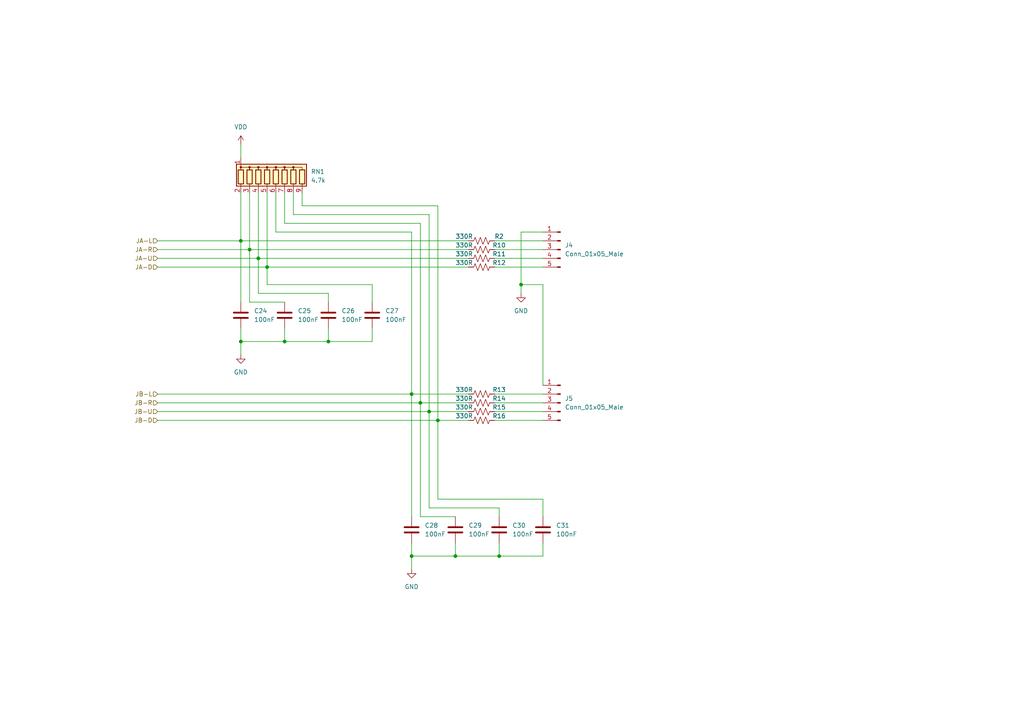
<source format=kicad_sch>
(kicad_sch (version 20230121) (generator eeschema)

  (uuid 35efa719-bafb-432b-9879-e0d2026f232a)

  (paper "A4")

  (lib_symbols
    (symbol "Connector:Conn_01x05_Male" (pin_names (offset 1.016) hide) (in_bom yes) (on_board yes)
      (property "Reference" "J" (at 0 7.62 0)
        (effects (font (size 1.27 1.27)))
      )
      (property "Value" "Conn_01x05_Male" (at 0 -7.62 0)
        (effects (font (size 1.27 1.27)))
      )
      (property "Footprint" "" (at 0 0 0)
        (effects (font (size 1.27 1.27)) hide)
      )
      (property "Datasheet" "~" (at 0 0 0)
        (effects (font (size 1.27 1.27)) hide)
      )
      (property "ki_keywords" "connector" (at 0 0 0)
        (effects (font (size 1.27 1.27)) hide)
      )
      (property "ki_description" "Generic connector, single row, 01x05, script generated (kicad-library-utils/schlib/autogen/connector/)" (at 0 0 0)
        (effects (font (size 1.27 1.27)) hide)
      )
      (property "ki_fp_filters" "Connector*:*_1x??_*" (at 0 0 0)
        (effects (font (size 1.27 1.27)) hide)
      )
      (symbol "Conn_01x05_Male_1_1"
        (polyline
          (pts
            (xy 1.27 -5.08)
            (xy 0.8636 -5.08)
          )
          (stroke (width 0.1524) (type default))
          (fill (type none))
        )
        (polyline
          (pts
            (xy 1.27 -2.54)
            (xy 0.8636 -2.54)
          )
          (stroke (width 0.1524) (type default))
          (fill (type none))
        )
        (polyline
          (pts
            (xy 1.27 0)
            (xy 0.8636 0)
          )
          (stroke (width 0.1524) (type default))
          (fill (type none))
        )
        (polyline
          (pts
            (xy 1.27 2.54)
            (xy 0.8636 2.54)
          )
          (stroke (width 0.1524) (type default))
          (fill (type none))
        )
        (polyline
          (pts
            (xy 1.27 5.08)
            (xy 0.8636 5.08)
          )
          (stroke (width 0.1524) (type default))
          (fill (type none))
        )
        (rectangle (start 0.8636 -4.953) (end 0 -5.207)
          (stroke (width 0.1524) (type default))
          (fill (type outline))
        )
        (rectangle (start 0.8636 -2.413) (end 0 -2.667)
          (stroke (width 0.1524) (type default))
          (fill (type outline))
        )
        (rectangle (start 0.8636 0.127) (end 0 -0.127)
          (stroke (width 0.1524) (type default))
          (fill (type outline))
        )
        (rectangle (start 0.8636 2.667) (end 0 2.413)
          (stroke (width 0.1524) (type default))
          (fill (type outline))
        )
        (rectangle (start 0.8636 5.207) (end 0 4.953)
          (stroke (width 0.1524) (type default))
          (fill (type outline))
        )
        (pin passive line (at 5.08 5.08 180) (length 3.81)
          (name "Pin_1" (effects (font (size 1.27 1.27))))
          (number "1" (effects (font (size 1.27 1.27))))
        )
        (pin passive line (at 5.08 2.54 180) (length 3.81)
          (name "Pin_2" (effects (font (size 1.27 1.27))))
          (number "2" (effects (font (size 1.27 1.27))))
        )
        (pin passive line (at 5.08 0 180) (length 3.81)
          (name "Pin_3" (effects (font (size 1.27 1.27))))
          (number "3" (effects (font (size 1.27 1.27))))
        )
        (pin passive line (at 5.08 -2.54 180) (length 3.81)
          (name "Pin_4" (effects (font (size 1.27 1.27))))
          (number "4" (effects (font (size 1.27 1.27))))
        )
        (pin passive line (at 5.08 -5.08 180) (length 3.81)
          (name "Pin_5" (effects (font (size 1.27 1.27))))
          (number "5" (effects (font (size 1.27 1.27))))
        )
      )
    )
    (symbol "Device:C" (pin_numbers hide) (pin_names (offset 0.254)) (in_bom yes) (on_board yes)
      (property "Reference" "C" (at 0.635 2.54 0)
        (effects (font (size 1.27 1.27)) (justify left))
      )
      (property "Value" "C" (at 0.635 -2.54 0)
        (effects (font (size 1.27 1.27)) (justify left))
      )
      (property "Footprint" "" (at 0.9652 -3.81 0)
        (effects (font (size 1.27 1.27)) hide)
      )
      (property "Datasheet" "~" (at 0 0 0)
        (effects (font (size 1.27 1.27)) hide)
      )
      (property "ki_keywords" "cap capacitor" (at 0 0 0)
        (effects (font (size 1.27 1.27)) hide)
      )
      (property "ki_description" "Unpolarized capacitor" (at 0 0 0)
        (effects (font (size 1.27 1.27)) hide)
      )
      (property "ki_fp_filters" "C_*" (at 0 0 0)
        (effects (font (size 1.27 1.27)) hide)
      )
      (symbol "C_0_1"
        (polyline
          (pts
            (xy -2.032 -0.762)
            (xy 2.032 -0.762)
          )
          (stroke (width 0.508) (type default))
          (fill (type none))
        )
        (polyline
          (pts
            (xy -2.032 0.762)
            (xy 2.032 0.762)
          )
          (stroke (width 0.508) (type default))
          (fill (type none))
        )
      )
      (symbol "C_1_1"
        (pin passive line (at 0 3.81 270) (length 2.794)
          (name "~" (effects (font (size 1.27 1.27))))
          (number "1" (effects (font (size 1.27 1.27))))
        )
        (pin passive line (at 0 -3.81 90) (length 2.794)
          (name "~" (effects (font (size 1.27 1.27))))
          (number "2" (effects (font (size 1.27 1.27))))
        )
      )
    )
    (symbol "Device:R_Network08" (pin_names (offset 0) hide) (in_bom yes) (on_board yes)
      (property "Reference" "RN" (at -12.7 0 90)
        (effects (font (size 1.27 1.27)))
      )
      (property "Value" "R_Network08" (at 10.16 0 90)
        (effects (font (size 1.27 1.27)))
      )
      (property "Footprint" "Resistor_THT:R_Array_SIP9" (at 12.065 0 90)
        (effects (font (size 1.27 1.27)) hide)
      )
      (property "Datasheet" "http://www.vishay.com/docs/31509/csc.pdf" (at 0 0 0)
        (effects (font (size 1.27 1.27)) hide)
      )
      (property "ki_keywords" "R network star-topology" (at 0 0 0)
        (effects (font (size 1.27 1.27)) hide)
      )
      (property "ki_description" "8 resistor network, star topology, bussed resistors, small symbol" (at 0 0 0)
        (effects (font (size 1.27 1.27)) hide)
      )
      (property "ki_fp_filters" "R?Array?SIP*" (at 0 0 0)
        (effects (font (size 1.27 1.27)) hide)
      )
      (symbol "R_Network08_0_1"
        (rectangle (start -11.43 -3.175) (end 8.89 3.175)
          (stroke (width 0.254) (type default))
          (fill (type background))
        )
        (rectangle (start -10.922 1.524) (end -9.398 -2.54)
          (stroke (width 0.254) (type default))
          (fill (type none))
        )
        (circle (center -10.16 2.286) (radius 0.254)
          (stroke (width 0) (type default))
          (fill (type outline))
        )
        (rectangle (start -8.382 1.524) (end -6.858 -2.54)
          (stroke (width 0.254) (type default))
          (fill (type none))
        )
        (circle (center -7.62 2.286) (radius 0.254)
          (stroke (width 0) (type default))
          (fill (type outline))
        )
        (rectangle (start -5.842 1.524) (end -4.318 -2.54)
          (stroke (width 0.254) (type default))
          (fill (type none))
        )
        (circle (center -5.08 2.286) (radius 0.254)
          (stroke (width 0) (type default))
          (fill (type outline))
        )
        (rectangle (start -3.302 1.524) (end -1.778 -2.54)
          (stroke (width 0.254) (type default))
          (fill (type none))
        )
        (circle (center -2.54 2.286) (radius 0.254)
          (stroke (width 0) (type default))
          (fill (type outline))
        )
        (rectangle (start -0.762 1.524) (end 0.762 -2.54)
          (stroke (width 0.254) (type default))
          (fill (type none))
        )
        (polyline
          (pts
            (xy -10.16 -2.54)
            (xy -10.16 -3.81)
          )
          (stroke (width 0) (type default))
          (fill (type none))
        )
        (polyline
          (pts
            (xy -7.62 -2.54)
            (xy -7.62 -3.81)
          )
          (stroke (width 0) (type default))
          (fill (type none))
        )
        (polyline
          (pts
            (xy -5.08 -2.54)
            (xy -5.08 -3.81)
          )
          (stroke (width 0) (type default))
          (fill (type none))
        )
        (polyline
          (pts
            (xy -2.54 -2.54)
            (xy -2.54 -3.81)
          )
          (stroke (width 0) (type default))
          (fill (type none))
        )
        (polyline
          (pts
            (xy 0 -2.54)
            (xy 0 -3.81)
          )
          (stroke (width 0) (type default))
          (fill (type none))
        )
        (polyline
          (pts
            (xy 2.54 -2.54)
            (xy 2.54 -3.81)
          )
          (stroke (width 0) (type default))
          (fill (type none))
        )
        (polyline
          (pts
            (xy 5.08 -2.54)
            (xy 5.08 -3.81)
          )
          (stroke (width 0) (type default))
          (fill (type none))
        )
        (polyline
          (pts
            (xy 7.62 -2.54)
            (xy 7.62 -3.81)
          )
          (stroke (width 0) (type default))
          (fill (type none))
        )
        (polyline
          (pts
            (xy -10.16 1.524)
            (xy -10.16 2.286)
            (xy -7.62 2.286)
            (xy -7.62 1.524)
          )
          (stroke (width 0) (type default))
          (fill (type none))
        )
        (polyline
          (pts
            (xy -7.62 1.524)
            (xy -7.62 2.286)
            (xy -5.08 2.286)
            (xy -5.08 1.524)
          )
          (stroke (width 0) (type default))
          (fill (type none))
        )
        (polyline
          (pts
            (xy -5.08 1.524)
            (xy -5.08 2.286)
            (xy -2.54 2.286)
            (xy -2.54 1.524)
          )
          (stroke (width 0) (type default))
          (fill (type none))
        )
        (polyline
          (pts
            (xy -2.54 1.524)
            (xy -2.54 2.286)
            (xy 0 2.286)
            (xy 0 1.524)
          )
          (stroke (width 0) (type default))
          (fill (type none))
        )
        (polyline
          (pts
            (xy 0 1.524)
            (xy 0 2.286)
            (xy 2.54 2.286)
            (xy 2.54 1.524)
          )
          (stroke (width 0) (type default))
          (fill (type none))
        )
        (polyline
          (pts
            (xy 2.54 1.524)
            (xy 2.54 2.286)
            (xy 5.08 2.286)
            (xy 5.08 1.524)
          )
          (stroke (width 0) (type default))
          (fill (type none))
        )
        (polyline
          (pts
            (xy 5.08 1.524)
            (xy 5.08 2.286)
            (xy 7.62 2.286)
            (xy 7.62 1.524)
          )
          (stroke (width 0) (type default))
          (fill (type none))
        )
        (circle (center 0 2.286) (radius 0.254)
          (stroke (width 0) (type default))
          (fill (type outline))
        )
        (rectangle (start 1.778 1.524) (end 3.302 -2.54)
          (stroke (width 0.254) (type default))
          (fill (type none))
        )
        (circle (center 2.54 2.286) (radius 0.254)
          (stroke (width 0) (type default))
          (fill (type outline))
        )
        (rectangle (start 4.318 1.524) (end 5.842 -2.54)
          (stroke (width 0.254) (type default))
          (fill (type none))
        )
        (circle (center 5.08 2.286) (radius 0.254)
          (stroke (width 0) (type default))
          (fill (type outline))
        )
        (rectangle (start 6.858 1.524) (end 8.382 -2.54)
          (stroke (width 0.254) (type default))
          (fill (type none))
        )
      )
      (symbol "R_Network08_1_1"
        (pin passive line (at -10.16 5.08 270) (length 2.54)
          (name "common" (effects (font (size 1.27 1.27))))
          (number "1" (effects (font (size 1.27 1.27))))
        )
        (pin passive line (at -10.16 -5.08 90) (length 1.27)
          (name "R1" (effects (font (size 1.27 1.27))))
          (number "2" (effects (font (size 1.27 1.27))))
        )
        (pin passive line (at -7.62 -5.08 90) (length 1.27)
          (name "R2" (effects (font (size 1.27 1.27))))
          (number "3" (effects (font (size 1.27 1.27))))
        )
        (pin passive line (at -5.08 -5.08 90) (length 1.27)
          (name "R3" (effects (font (size 1.27 1.27))))
          (number "4" (effects (font (size 1.27 1.27))))
        )
        (pin passive line (at -2.54 -5.08 90) (length 1.27)
          (name "R4" (effects (font (size 1.27 1.27))))
          (number "5" (effects (font (size 1.27 1.27))))
        )
        (pin passive line (at 0 -5.08 90) (length 1.27)
          (name "R5" (effects (font (size 1.27 1.27))))
          (number "6" (effects (font (size 1.27 1.27))))
        )
        (pin passive line (at 2.54 -5.08 90) (length 1.27)
          (name "R6" (effects (font (size 1.27 1.27))))
          (number "7" (effects (font (size 1.27 1.27))))
        )
        (pin passive line (at 5.08 -5.08 90) (length 1.27)
          (name "R7" (effects (font (size 1.27 1.27))))
          (number "8" (effects (font (size 1.27 1.27))))
        )
        (pin passive line (at 7.62 -5.08 90) (length 1.27)
          (name "R8" (effects (font (size 1.27 1.27))))
          (number "9" (effects (font (size 1.27 1.27))))
        )
      )
    )
    (symbol "Device:R_US" (pin_numbers hide) (pin_names (offset 0)) (in_bom yes) (on_board yes)
      (property "Reference" "R" (at 2.54 0 90)
        (effects (font (size 1.27 1.27)))
      )
      (property "Value" "R_US" (at -2.54 0 90)
        (effects (font (size 1.27 1.27)))
      )
      (property "Footprint" "" (at 1.016 -0.254 90)
        (effects (font (size 1.27 1.27)) hide)
      )
      (property "Datasheet" "~" (at 0 0 0)
        (effects (font (size 1.27 1.27)) hide)
      )
      (property "ki_keywords" "R res resistor" (at 0 0 0)
        (effects (font (size 1.27 1.27)) hide)
      )
      (property "ki_description" "Resistor, US symbol" (at 0 0 0)
        (effects (font (size 1.27 1.27)) hide)
      )
      (property "ki_fp_filters" "R_*" (at 0 0 0)
        (effects (font (size 1.27 1.27)) hide)
      )
      (symbol "R_US_0_1"
        (polyline
          (pts
            (xy 0 -2.286)
            (xy 0 -2.54)
          )
          (stroke (width 0) (type default))
          (fill (type none))
        )
        (polyline
          (pts
            (xy 0 2.286)
            (xy 0 2.54)
          )
          (stroke (width 0) (type default))
          (fill (type none))
        )
        (polyline
          (pts
            (xy 0 -0.762)
            (xy 1.016 -1.143)
            (xy 0 -1.524)
            (xy -1.016 -1.905)
            (xy 0 -2.286)
          )
          (stroke (width 0) (type default))
          (fill (type none))
        )
        (polyline
          (pts
            (xy 0 0.762)
            (xy 1.016 0.381)
            (xy 0 0)
            (xy -1.016 -0.381)
            (xy 0 -0.762)
          )
          (stroke (width 0) (type default))
          (fill (type none))
        )
        (polyline
          (pts
            (xy 0 2.286)
            (xy 1.016 1.905)
            (xy 0 1.524)
            (xy -1.016 1.143)
            (xy 0 0.762)
          )
          (stroke (width 0) (type default))
          (fill (type none))
        )
      )
      (symbol "R_US_1_1"
        (pin passive line (at 0 3.81 270) (length 1.27)
          (name "~" (effects (font (size 1.27 1.27))))
          (number "1" (effects (font (size 1.27 1.27))))
        )
        (pin passive line (at 0 -3.81 90) (length 1.27)
          (name "~" (effects (font (size 1.27 1.27))))
          (number "2" (effects (font (size 1.27 1.27))))
        )
      )
    )
    (symbol "power:GND" (power) (pin_names (offset 0)) (in_bom yes) (on_board yes)
      (property "Reference" "#PWR" (at 0 -6.35 0)
        (effects (font (size 1.27 1.27)) hide)
      )
      (property "Value" "GND" (at 0 -3.81 0)
        (effects (font (size 1.27 1.27)))
      )
      (property "Footprint" "" (at 0 0 0)
        (effects (font (size 1.27 1.27)) hide)
      )
      (property "Datasheet" "" (at 0 0 0)
        (effects (font (size 1.27 1.27)) hide)
      )
      (property "ki_keywords" "power-flag" (at 0 0 0)
        (effects (font (size 1.27 1.27)) hide)
      )
      (property "ki_description" "Power symbol creates a global label with name \"GND\" , ground" (at 0 0 0)
        (effects (font (size 1.27 1.27)) hide)
      )
      (symbol "GND_0_1"
        (polyline
          (pts
            (xy 0 0)
            (xy 0 -1.27)
            (xy 1.27 -1.27)
            (xy 0 -2.54)
            (xy -1.27 -1.27)
            (xy 0 -1.27)
          )
          (stroke (width 0) (type default))
          (fill (type none))
        )
      )
      (symbol "GND_1_1"
        (pin power_in line (at 0 0 270) (length 0) hide
          (name "GND" (effects (font (size 1.27 1.27))))
          (number "1" (effects (font (size 1.27 1.27))))
        )
      )
    )
    (symbol "power:VDD" (power) (pin_names (offset 0)) (in_bom yes) (on_board yes)
      (property "Reference" "#PWR" (at 0 -3.81 0)
        (effects (font (size 1.27 1.27)) hide)
      )
      (property "Value" "VDD" (at 0 3.81 0)
        (effects (font (size 1.27 1.27)))
      )
      (property "Footprint" "" (at 0 0 0)
        (effects (font (size 1.27 1.27)) hide)
      )
      (property "Datasheet" "" (at 0 0 0)
        (effects (font (size 1.27 1.27)) hide)
      )
      (property "ki_keywords" "power-flag" (at 0 0 0)
        (effects (font (size 1.27 1.27)) hide)
      )
      (property "ki_description" "Power symbol creates a global label with name \"VDD\"" (at 0 0 0)
        (effects (font (size 1.27 1.27)) hide)
      )
      (symbol "VDD_0_1"
        (polyline
          (pts
            (xy -0.762 1.27)
            (xy 0 2.54)
          )
          (stroke (width 0) (type default))
          (fill (type none))
        )
        (polyline
          (pts
            (xy 0 0)
            (xy 0 2.54)
          )
          (stroke (width 0) (type default))
          (fill (type none))
        )
        (polyline
          (pts
            (xy 0 2.54)
            (xy 0.762 1.27)
          )
          (stroke (width 0) (type default))
          (fill (type none))
        )
      )
      (symbol "VDD_1_1"
        (pin power_in line (at 0 0 90) (length 0) hide
          (name "VDD" (effects (font (size 1.27 1.27))))
          (number "1" (effects (font (size 1.27 1.27))))
        )
      )
    )
  )

  (junction (at 95.25 99.06) (diameter 0) (color 0 0 0 0)
    (uuid 038d6c74-070b-40c4-8b8b-bcc859c380cc)
  )
  (junction (at 69.85 99.06) (diameter 0) (color 0 0 0 0)
    (uuid 2a9a8cb6-8a45-447b-b7c5-dd4c95ae6e6b)
  )
  (junction (at 119.38 114.3) (diameter 0) (color 0 0 0 0)
    (uuid 37865cbe-c623-4da2-ab8b-ef2b8923394e)
  )
  (junction (at 69.85 69.85) (diameter 0) (color 0 0 0 0)
    (uuid 5a95fbb9-ecca-4bc5-9729-9c7ba9495b3b)
  )
  (junction (at 151.13 82.55) (diameter 0) (color 0 0 0 0)
    (uuid 5dc092ab-172a-49a1-9f3b-40e2bec68307)
  )
  (junction (at 119.38 161.29) (diameter 0) (color 0 0 0 0)
    (uuid 5e99f75f-0dee-4746-bda8-064d4825a729)
  )
  (junction (at 77.47 77.47) (diameter 0) (color 0 0 0 0)
    (uuid 6278d143-6bec-4130-87d0-fad6c06edd94)
  )
  (junction (at 74.93 74.93) (diameter 0) (color 0 0 0 0)
    (uuid 6278d143-6bec-4130-87d0-fad6c06edd95)
  )
  (junction (at 72.39 72.39) (diameter 0) (color 0 0 0 0)
    (uuid 6278d143-6bec-4130-87d0-fad6c06edd96)
  )
  (junction (at 127 121.92) (diameter 0) (color 0 0 0 0)
    (uuid a4ca532d-d318-4a18-bd3b-8f02349298be)
  )
  (junction (at 121.92 116.84) (diameter 0) (color 0 0 0 0)
    (uuid a4ca532d-d318-4a18-bd3b-8f02349298bf)
  )
  (junction (at 124.46 119.38) (diameter 0) (color 0 0 0 0)
    (uuid a4ca532d-d318-4a18-bd3b-8f02349298c0)
  )
  (junction (at 132.08 161.29) (diameter 0) (color 0 0 0 0)
    (uuid bce873e5-2d45-405c-abea-35c52b51728b)
  )
  (junction (at 82.55 99.06) (diameter 0) (color 0 0 0 0)
    (uuid df05fdb1-7597-4f14-a230-679264912bba)
  )
  (junction (at 144.78 161.29) (diameter 0) (color 0 0 0 0)
    (uuid f9ac7537-fdc8-4ce9-8838-148e087712b6)
  )

  (wire (pts (xy 74.93 74.93) (xy 135.89 74.93))
    (stroke (width 0) (type default))
    (uuid 0b7cf3a0-2204-4d9d-b7ec-39b311411aef)
  )
  (wire (pts (xy 45.72 74.93) (xy 74.93 74.93))
    (stroke (width 0) (type default))
    (uuid 12d01b29-96a7-4a26-83cc-1b6186b5fd90)
  )
  (wire (pts (xy 127 59.69) (xy 87.63 59.69))
    (stroke (width 0) (type default))
    (uuid 13590f09-1964-42e6-b7b6-cb12ae28c402)
  )
  (wire (pts (xy 69.85 41.91) (xy 69.85 45.72))
    (stroke (width 0) (type default))
    (uuid 136e1d7b-6677-46a3-aebe-d6fe99385f16)
  )
  (wire (pts (xy 77.47 77.47) (xy 135.89 77.47))
    (stroke (width 0) (type default))
    (uuid 204b869c-cc2d-4699-bb40-19adb3ed1367)
  )
  (wire (pts (xy 121.92 116.84) (xy 135.89 116.84))
    (stroke (width 0) (type default))
    (uuid 229b6061-6a0f-4556-807d-0fb5a08a4ff0)
  )
  (wire (pts (xy 77.47 82.55) (xy 107.95 82.55))
    (stroke (width 0) (type default))
    (uuid 2912d57f-9ed3-4ba3-9983-d9aa15f63386)
  )
  (wire (pts (xy 107.95 99.06) (xy 95.25 99.06))
    (stroke (width 0) (type default))
    (uuid 29349bef-24bb-43cd-be9b-f444e4ac8682)
  )
  (wire (pts (xy 127 121.92) (xy 127 59.69))
    (stroke (width 0) (type default))
    (uuid 2c1b1036-3a14-4e41-bbc8-8466aeec0798)
  )
  (wire (pts (xy 132.08 157.48) (xy 132.08 161.29))
    (stroke (width 0) (type default))
    (uuid 2cf6641e-d00a-4747-93ad-0d85c04d512b)
  )
  (wire (pts (xy 124.46 119.38) (xy 124.46 147.32))
    (stroke (width 0) (type default))
    (uuid 3195830a-065f-428d-96e1-5cb02760f2fd)
  )
  (wire (pts (xy 82.55 64.77) (xy 82.55 55.88))
    (stroke (width 0) (type default))
    (uuid 340f2d29-b450-4567-b25b-27102004867c)
  )
  (wire (pts (xy 143.51 114.3) (xy 157.48 114.3))
    (stroke (width 0) (type default))
    (uuid 3450acdd-b810-4e4f-a257-0045b42495db)
  )
  (wire (pts (xy 82.55 87.63) (xy 72.39 87.63))
    (stroke (width 0) (type default))
    (uuid 348e90d3-eb3d-440c-aa9e-d324205b47a5)
  )
  (wire (pts (xy 69.85 69.85) (xy 69.85 87.63))
    (stroke (width 0) (type default))
    (uuid 4343c265-a999-4034-abff-bc8d6facb9b8)
  )
  (wire (pts (xy 45.72 116.84) (xy 121.92 116.84))
    (stroke (width 0) (type default))
    (uuid 4c18598d-4e2f-4c1f-8943-742d424182a6)
  )
  (wire (pts (xy 151.13 67.31) (xy 151.13 82.55))
    (stroke (width 0) (type default))
    (uuid 4c6a432e-2e57-4a7a-ad0a-98ce67a404e4)
  )
  (wire (pts (xy 95.25 95.25) (xy 95.25 99.06))
    (stroke (width 0) (type default))
    (uuid 4c99a07c-9126-42dc-b908-b5b1abe4dc09)
  )
  (wire (pts (xy 157.48 144.78) (xy 157.48 149.86))
    (stroke (width 0) (type default))
    (uuid 554e0dc5-af4c-4c8c-9e1b-839433dbed3f)
  )
  (wire (pts (xy 69.85 95.25) (xy 69.85 99.06))
    (stroke (width 0) (type default))
    (uuid 57152b8f-9ed6-47c0-a84b-430408284f02)
  )
  (wire (pts (xy 119.38 161.29) (xy 119.38 165.1))
    (stroke (width 0) (type default))
    (uuid 57c8009e-e6ed-412d-be7b-bc6c68ddc32f)
  )
  (wire (pts (xy 72.39 72.39) (xy 72.39 87.63))
    (stroke (width 0) (type default))
    (uuid 58adce4e-4b85-433a-a72d-691118e0169c)
  )
  (wire (pts (xy 121.92 149.86) (xy 121.92 116.84))
    (stroke (width 0) (type default))
    (uuid 58e292c4-b884-4766-a6a2-63e7cbe746bf)
  )
  (wire (pts (xy 80.01 55.88) (xy 80.01 67.31))
    (stroke (width 0) (type default))
    (uuid 5ac65c42-7bed-4ef5-892b-090eafffc13e)
  )
  (wire (pts (xy 124.46 62.23) (xy 124.46 119.38))
    (stroke (width 0) (type default))
    (uuid 5d553a77-ba87-4df4-b4b7-970d7d88186c)
  )
  (wire (pts (xy 127 144.78) (xy 127 121.92))
    (stroke (width 0) (type default))
    (uuid 66973610-2feb-44f0-9546-7da2e9172b4e)
  )
  (wire (pts (xy 144.78 149.86) (xy 144.78 147.32))
    (stroke (width 0) (type default))
    (uuid 67567ece-9e56-4d5c-9efb-04b153ab730c)
  )
  (wire (pts (xy 143.51 121.92) (xy 157.48 121.92))
    (stroke (width 0) (type default))
    (uuid 679ff1db-a022-4156-80ac-6c12895c1d5c)
  )
  (wire (pts (xy 119.38 67.31) (xy 119.38 114.3))
    (stroke (width 0) (type default))
    (uuid 6c47eaf4-ea43-464b-a5fd-ea9c797b81a2)
  )
  (wire (pts (xy 132.08 149.86) (xy 121.92 149.86))
    (stroke (width 0) (type default))
    (uuid 6cc32d32-e85f-46fc-8096-09ff21066232)
  )
  (wire (pts (xy 144.78 147.32) (xy 124.46 147.32))
    (stroke (width 0) (type default))
    (uuid 6eccea51-2548-4196-9aba-eec40b4cf0ec)
  )
  (wire (pts (xy 80.01 67.31) (xy 119.38 67.31))
    (stroke (width 0) (type default))
    (uuid 760e0da9-3fa0-428b-ad71-2e0236c92d9a)
  )
  (wire (pts (xy 157.48 111.76) (xy 157.48 82.55))
    (stroke (width 0) (type default))
    (uuid 7731b8fc-0b8b-4cfd-b08d-664ce295cf52)
  )
  (wire (pts (xy 151.13 82.55) (xy 157.48 82.55))
    (stroke (width 0) (type default))
    (uuid 7a45d159-8fcd-4efa-9bdf-b767124fdd7e)
  )
  (wire (pts (xy 77.47 77.47) (xy 77.47 82.55))
    (stroke (width 0) (type default))
    (uuid 80ba66e3-7f7e-4a42-a040-b092649be1c1)
  )
  (wire (pts (xy 124.46 119.38) (xy 135.89 119.38))
    (stroke (width 0) (type default))
    (uuid 89dc2f2c-c0e3-4b55-a203-193c6fde241b)
  )
  (wire (pts (xy 132.08 161.29) (xy 119.38 161.29))
    (stroke (width 0) (type default))
    (uuid 89e33b17-7556-48e2-b16c-fbcfedc1b14b)
  )
  (wire (pts (xy 74.93 85.09) (xy 74.93 74.93))
    (stroke (width 0) (type default))
    (uuid 8a927cde-8500-454c-a4f3-63e636820fa0)
  )
  (wire (pts (xy 143.51 69.85) (xy 157.48 69.85))
    (stroke (width 0) (type default))
    (uuid 8aa4ef8a-0a52-4c80-ad0b-f577d5c02a10)
  )
  (wire (pts (xy 143.51 77.47) (xy 157.48 77.47))
    (stroke (width 0) (type default))
    (uuid 8d6fbdc3-d615-46e1-add6-dc6f3c7bb18d)
  )
  (wire (pts (xy 74.93 74.93) (xy 74.93 55.88))
    (stroke (width 0) (type default))
    (uuid 8e3bb3b5-d3b0-4927-9a82-4e39e35f048f)
  )
  (wire (pts (xy 95.25 85.09) (xy 74.93 85.09))
    (stroke (width 0) (type default))
    (uuid 9303c64b-c296-4431-997c-1a87b739921e)
  )
  (wire (pts (xy 157.48 157.48) (xy 157.48 161.29))
    (stroke (width 0) (type default))
    (uuid 94837df2-068a-4f9c-b1ec-6cf9f535717d)
  )
  (wire (pts (xy 45.72 72.39) (xy 72.39 72.39))
    (stroke (width 0) (type default))
    (uuid 94a5c135-386e-47ff-bb95-c3be1442b568)
  )
  (wire (pts (xy 144.78 157.48) (xy 144.78 161.29))
    (stroke (width 0) (type default))
    (uuid 996ec3be-17f2-4287-9b37-78f1f45ebcf4)
  )
  (wire (pts (xy 107.95 95.25) (xy 107.95 99.06))
    (stroke (width 0) (type default))
    (uuid 9a081ac6-43a1-49d3-824e-a4c35fc54a61)
  )
  (wire (pts (xy 143.51 119.38) (xy 157.48 119.38))
    (stroke (width 0) (type default))
    (uuid 9b22e686-5a48-4006-9096-1a2ce872e3db)
  )
  (wire (pts (xy 157.48 161.29) (xy 144.78 161.29))
    (stroke (width 0) (type default))
    (uuid a79e9d59-b5fe-4841-bb76-f67c4215261a)
  )
  (wire (pts (xy 127 144.78) (xy 157.48 144.78))
    (stroke (width 0) (type default))
    (uuid a8d78c6c-4691-41d4-b610-e8065a808eff)
  )
  (wire (pts (xy 77.47 55.88) (xy 77.47 77.47))
    (stroke (width 0) (type default))
    (uuid a98c8e4c-3121-4901-aa29-588e4e69a0e8)
  )
  (wire (pts (xy 85.09 62.23) (xy 124.46 62.23))
    (stroke (width 0) (type default))
    (uuid ad16683a-6cdf-4467-b733-3ad148513517)
  )
  (wire (pts (xy 95.25 87.63) (xy 95.25 85.09))
    (stroke (width 0) (type default))
    (uuid ad3ef0d7-303e-47eb-a980-7ce1063473e2)
  )
  (wire (pts (xy 119.38 114.3) (xy 119.38 149.86))
    (stroke (width 0) (type default))
    (uuid add8f213-9977-4e33-81f5-19567b17871b)
  )
  (wire (pts (xy 45.72 119.38) (xy 124.46 119.38))
    (stroke (width 0) (type default))
    (uuid aed4ce33-a98a-4d10-8af0-d4ca4a2b94b5)
  )
  (wire (pts (xy 45.72 69.85) (xy 69.85 69.85))
    (stroke (width 0) (type default))
    (uuid b7503c41-85d3-47f2-bd1f-e956659f4c3b)
  )
  (wire (pts (xy 119.38 114.3) (xy 135.89 114.3))
    (stroke (width 0) (type default))
    (uuid b77220cc-ec95-483a-90aa-6cf979a215e7)
  )
  (wire (pts (xy 69.85 99.06) (xy 69.85 102.87))
    (stroke (width 0) (type default))
    (uuid b9c1daa9-1be7-417a-bd42-4d06e8889582)
  )
  (wire (pts (xy 121.92 116.84) (xy 121.92 64.77))
    (stroke (width 0) (type default))
    (uuid bc0cb97d-ba0d-41db-bc2b-6797d23f4c66)
  )
  (wire (pts (xy 144.78 161.29) (xy 132.08 161.29))
    (stroke (width 0) (type default))
    (uuid bd746b8f-955c-4854-80dd-c1e82eb8a3f4)
  )
  (wire (pts (xy 72.39 55.88) (xy 72.39 72.39))
    (stroke (width 0) (type default))
    (uuid c1e80e3b-ca4c-4604-85c9-831980ee8e59)
  )
  (wire (pts (xy 72.39 72.39) (xy 135.89 72.39))
    (stroke (width 0) (type default))
    (uuid c73cf891-17bb-4017-b152-d3fc45f76cdb)
  )
  (wire (pts (xy 121.92 64.77) (xy 82.55 64.77))
    (stroke (width 0) (type default))
    (uuid c7d41c2d-35a6-4133-9e12-6f3db6809ec2)
  )
  (wire (pts (xy 69.85 69.85) (xy 135.89 69.85))
    (stroke (width 0) (type default))
    (uuid c7dfb199-38ce-4465-82f5-7dba3f333f17)
  )
  (wire (pts (xy 45.72 77.47) (xy 77.47 77.47))
    (stroke (width 0) (type default))
    (uuid c83cab73-c752-4fc3-abfa-2f731ad1b645)
  )
  (wire (pts (xy 143.51 74.93) (xy 157.48 74.93))
    (stroke (width 0) (type default))
    (uuid c93c21f9-b7dd-4bad-ae85-68e7cf2e2642)
  )
  (wire (pts (xy 151.13 82.55) (xy 151.13 85.09))
    (stroke (width 0) (type default))
    (uuid cc64f873-799f-4d86-9c07-13fc2dc5432c)
  )
  (wire (pts (xy 85.09 55.88) (xy 85.09 62.23))
    (stroke (width 0) (type default))
    (uuid d0c3eb33-cef9-4390-a10f-cd3778f2c4fe)
  )
  (wire (pts (xy 151.13 67.31) (xy 157.48 67.31))
    (stroke (width 0) (type default))
    (uuid d21865f9-4f12-4cc5-ba1f-cf06b502dc7f)
  )
  (wire (pts (xy 82.55 99.06) (xy 69.85 99.06))
    (stroke (width 0) (type default))
    (uuid d26b8aa3-8904-4be8-87c4-4ba52337cff8)
  )
  (wire (pts (xy 127 121.92) (xy 135.89 121.92))
    (stroke (width 0) (type default))
    (uuid d2cd6e9b-2a45-46ca-8596-a2c0c8d7970f)
  )
  (wire (pts (xy 69.85 55.88) (xy 69.85 69.85))
    (stroke (width 0) (type default))
    (uuid d409935b-ef0c-4e03-b077-d0332d1e4d30)
  )
  (wire (pts (xy 119.38 157.48) (xy 119.38 161.29))
    (stroke (width 0) (type default))
    (uuid d75eacd6-6b0c-4f9f-9a3d-5c5b7aaf0900)
  )
  (wire (pts (xy 45.72 114.3) (xy 119.38 114.3))
    (stroke (width 0) (type default))
    (uuid deaee015-037b-4fe8-b8d1-28763f0241f8)
  )
  (wire (pts (xy 143.51 116.84) (xy 157.48 116.84))
    (stroke (width 0) (type default))
    (uuid e29033bf-02fa-48fe-994f-6a55d0e0bca8)
  )
  (wire (pts (xy 82.55 95.25) (xy 82.55 99.06))
    (stroke (width 0) (type default))
    (uuid e70367be-d68a-4d09-85f6-b83296167714)
  )
  (wire (pts (xy 107.95 82.55) (xy 107.95 87.63))
    (stroke (width 0) (type default))
    (uuid f086bf0d-995e-4297-9f84-44e864575e32)
  )
  (wire (pts (xy 45.72 121.92) (xy 127 121.92))
    (stroke (width 0) (type default))
    (uuid f73bcb93-1b79-4784-b3c1-608900f1bd0c)
  )
  (wire (pts (xy 143.51 72.39) (xy 157.48 72.39))
    (stroke (width 0) (type default))
    (uuid fa8c27db-ba5e-45ae-9c5c-51ce4fbc0301)
  )
  (wire (pts (xy 95.25 99.06) (xy 82.55 99.06))
    (stroke (width 0) (type default))
    (uuid fb459676-4798-48b8-8022-caf21f98910b)
  )
  (wire (pts (xy 87.63 59.69) (xy 87.63 55.88))
    (stroke (width 0) (type default))
    (uuid fdc248e7-5e54-4400-8f07-e44a70a96263)
  )

  (hierarchical_label "JB-L" (shape input) (at 45.72 114.3 180) (fields_autoplaced)
    (effects (font (size 1.27 1.27)) (justify right))
    (uuid 2630e5d0-2fef-43d7-acec-8ff0756d42bb)
  )
  (hierarchical_label "JA-U" (shape input) (at 45.72 74.93 180) (fields_autoplaced)
    (effects (font (size 1.27 1.27)) (justify right))
    (uuid 45cd4398-6444-457b-ab53-7538315d2fdc)
  )
  (hierarchical_label "JB-U" (shape input) (at 45.72 119.38 180) (fields_autoplaced)
    (effects (font (size 1.27 1.27)) (justify right))
    (uuid 5d2d7203-6ef7-4241-ab65-587e99f97d30)
  )
  (hierarchical_label "JB-D" (shape input) (at 45.72 121.92 180) (fields_autoplaced)
    (effects (font (size 1.27 1.27)) (justify right))
    (uuid 7d16f98e-129b-433e-add6-e2902f84930d)
  )
  (hierarchical_label "JA-L" (shape input) (at 45.72 69.85 180) (fields_autoplaced)
    (effects (font (size 1.27 1.27)) (justify right))
    (uuid 82200ae0-8d68-4f20-bc4a-1b805e155e6e)
  )
  (hierarchical_label "JA-D" (shape input) (at 45.72 77.47 180) (fields_autoplaced)
    (effects (font (size 1.27 1.27)) (justify right))
    (uuid a02b2c30-8177-4791-aa0c-d4b1b9891b3a)
  )
  (hierarchical_label "JB-R" (shape input) (at 45.72 116.84 180) (fields_autoplaced)
    (effects (font (size 1.27 1.27)) (justify right))
    (uuid a74d8eda-8818-4bef-aecb-798f4804efc3)
  )
  (hierarchical_label "JA-R" (shape input) (at 45.72 72.39 180) (fields_autoplaced)
    (effects (font (size 1.27 1.27)) (justify right))
    (uuid f465dfbd-1133-42e1-a410-577daa69f03f)
  )

  (symbol (lib_id "Device:R_US") (at 139.7 121.92 90) (unit 1)
    (in_bom yes) (on_board yes) (dnp no)
    (uuid 006adfb9-d400-4da2-aa9c-9bac92905516)
    (property "Reference" "R16" (at 144.78 120.65 90)
      (effects (font (size 1.27 1.27)))
    )
    (property "Value" "330R" (at 134.62 120.65 90)
      (effects (font (size 1.27 1.27)))
    )
    (property "Footprint" "Resistor_THT:R_Axial_DIN0207_L6.3mm_D2.5mm_P10.16mm_Horizontal" (at 139.954 120.904 90)
      (effects (font (size 1.27 1.27)) hide)
    )
    (property "Datasheet" "~" (at 139.7 121.92 0)
      (effects (font (size 1.27 1.27)) hide)
    )
    (pin "1" (uuid 9928227c-53f0-4ad1-bc5a-82e72559b2c4))
    (pin "2" (uuid 064217df-472f-4b53-a66a-d2ed02b9359c))
    (instances
      (project "motorino-game"
        (path "/274414ab-1890-467f-a7af-4d612100a2a6/317646e7-ee66-413c-a4bb-dcd925feb396"
          (reference "R16") (unit 1)
        )
      )
    )
  )

  (symbol (lib_id "Device:R_US") (at 139.7 69.85 90) (unit 1)
    (in_bom yes) (on_board yes) (dnp no)
    (uuid 00a2b517-a8ec-4ec7-ad9e-e094955e6d40)
    (property "Reference" "R2" (at 144.78 68.58 90)
      (effects (font (size 1.27 1.27)))
    )
    (property "Value" "330R" (at 134.62 68.58 90)
      (effects (font (size 1.27 1.27)))
    )
    (property "Footprint" "Resistor_THT:R_Axial_DIN0207_L6.3mm_D2.5mm_P10.16mm_Horizontal" (at 139.954 68.834 90)
      (effects (font (size 1.27 1.27)) hide)
    )
    (property "Datasheet" "~" (at 139.7 69.85 0)
      (effects (font (size 1.27 1.27)) hide)
    )
    (pin "1" (uuid 10a58d08-a5b7-4fcc-99d3-f1d148c66961))
    (pin "2" (uuid 0a7bbc0b-8f0e-436c-90a5-10a8ea9d996c))
    (instances
      (project "motorino-game"
        (path "/274414ab-1890-467f-a7af-4d612100a2a6/317646e7-ee66-413c-a4bb-dcd925feb396"
          (reference "R2") (unit 1)
        )
      )
    )
  )

  (symbol (lib_id "Device:C") (at 119.38 153.67 0) (unit 1)
    (in_bom yes) (on_board yes) (dnp no) (fields_autoplaced)
    (uuid 03bb6541-b2b2-471f-8c80-c8761626c4bc)
    (property "Reference" "C28" (at 123.19 152.3999 0)
      (effects (font (size 1.27 1.27)) (justify left))
    )
    (property "Value" "100nF" (at 123.19 154.9399 0)
      (effects (font (size 1.27 1.27)) (justify left))
    )
    (property "Footprint" "Capacitor_THT:C_Disc_D5.0mm_W2.5mm_P5.00mm" (at 120.3452 157.48 0)
      (effects (font (size 1.27 1.27)) hide)
    )
    (property "Datasheet" "~" (at 119.38 153.67 0)
      (effects (font (size 1.27 1.27)) hide)
    )
    (pin "1" (uuid c3c1b722-6ae3-431c-bc85-07a9aa41048b))
    (pin "2" (uuid 64687351-407f-4a4e-b63e-a1e6ec332ec9))
    (instances
      (project "motorino-game"
        (path "/274414ab-1890-467f-a7af-4d612100a2a6/317646e7-ee66-413c-a4bb-dcd925feb396"
          (reference "C28") (unit 1)
        )
      )
    )
  )

  (symbol (lib_id "Device:C") (at 144.78 153.67 0) (unit 1)
    (in_bom yes) (on_board yes) (dnp no) (fields_autoplaced)
    (uuid 08f634b2-8551-4918-bbdd-fbeb581220fa)
    (property "Reference" "C30" (at 148.59 152.3999 0)
      (effects (font (size 1.27 1.27)) (justify left))
    )
    (property "Value" "100nF" (at 148.59 154.9399 0)
      (effects (font (size 1.27 1.27)) (justify left))
    )
    (property "Footprint" "Capacitor_THT:C_Disc_D5.0mm_W2.5mm_P5.00mm" (at 145.7452 157.48 0)
      (effects (font (size 1.27 1.27)) hide)
    )
    (property "Datasheet" "~" (at 144.78 153.67 0)
      (effects (font (size 1.27 1.27)) hide)
    )
    (pin "1" (uuid dfcf1208-41bd-4e37-acfb-0c94ab1ae579))
    (pin "2" (uuid eb68c2c0-21bc-4337-9936-0e4f926578a6))
    (instances
      (project "motorino-game"
        (path "/274414ab-1890-467f-a7af-4d612100a2a6/317646e7-ee66-413c-a4bb-dcd925feb396"
          (reference "C30") (unit 1)
        )
      )
    )
  )

  (symbol (lib_id "Device:C") (at 95.25 91.44 0) (unit 1)
    (in_bom yes) (on_board yes) (dnp no) (fields_autoplaced)
    (uuid 11b99947-c872-4c1a-a11e-5550120d1c2f)
    (property "Reference" "C26" (at 99.06 90.1699 0)
      (effects (font (size 1.27 1.27)) (justify left))
    )
    (property "Value" "100nF" (at 99.06 92.7099 0)
      (effects (font (size 1.27 1.27)) (justify left))
    )
    (property "Footprint" "Capacitor_THT:C_Disc_D5.0mm_W2.5mm_P5.00mm" (at 96.2152 95.25 0)
      (effects (font (size 1.27 1.27)) hide)
    )
    (property "Datasheet" "~" (at 95.25 91.44 0)
      (effects (font (size 1.27 1.27)) hide)
    )
    (pin "1" (uuid 81c932db-40c9-48b7-93fc-7e14d9fb5c80))
    (pin "2" (uuid c569ed77-53ab-437c-a167-5fb2b6b5894e))
    (instances
      (project "motorino-game"
        (path "/274414ab-1890-467f-a7af-4d612100a2a6/317646e7-ee66-413c-a4bb-dcd925feb396"
          (reference "C26") (unit 1)
        )
      )
    )
  )

  (symbol (lib_id "power:GND") (at 69.85 102.87 0) (unit 1)
    (in_bom yes) (on_board yes) (dnp no)
    (uuid 14d7ac04-3344-4c46-af73-ff5fa72e7ae0)
    (property "Reference" "#PWR0120" (at 69.85 109.22 0)
      (effects (font (size 1.27 1.27)) hide)
    )
    (property "Value" "GND" (at 69.85 107.95 0)
      (effects (font (size 1.27 1.27)))
    )
    (property "Footprint" "" (at 69.85 102.87 0)
      (effects (font (size 1.27 1.27)) hide)
    )
    (property "Datasheet" "" (at 69.85 102.87 0)
      (effects (font (size 1.27 1.27)) hide)
    )
    (pin "1" (uuid f1afcb45-6a00-417a-9a22-b91646b6c727))
    (instances
      (project "motorino-game"
        (path "/274414ab-1890-467f-a7af-4d612100a2a6/317646e7-ee66-413c-a4bb-dcd925feb396"
          (reference "#PWR0120") (unit 1)
        )
      )
    )
  )

  (symbol (lib_id "power:GND") (at 151.13 85.09 0) (unit 1)
    (in_bom yes) (on_board yes) (dnp no)
    (uuid 26ff54ad-b972-4dba-8b00-f6ea9c783e92)
    (property "Reference" "#PWR0123" (at 151.13 91.44 0)
      (effects (font (size 1.27 1.27)) hide)
    )
    (property "Value" "GND" (at 151.13 90.17 0)
      (effects (font (size 1.27 1.27)))
    )
    (property "Footprint" "" (at 151.13 85.09 0)
      (effects (font (size 1.27 1.27)) hide)
    )
    (property "Datasheet" "" (at 151.13 85.09 0)
      (effects (font (size 1.27 1.27)) hide)
    )
    (pin "1" (uuid 9b4c3cc1-07f1-42ac-afc1-906c471c5653))
    (instances
      (project "motorino-game"
        (path "/274414ab-1890-467f-a7af-4d612100a2a6/317646e7-ee66-413c-a4bb-dcd925feb396"
          (reference "#PWR0123") (unit 1)
        )
      )
    )
  )

  (symbol (lib_id "power:VDD") (at 69.85 41.91 0) (unit 1)
    (in_bom yes) (on_board yes) (dnp no) (fields_autoplaced)
    (uuid 2865f74c-e6ca-4211-bf9c-9af63151e312)
    (property "Reference" "#PWR0119" (at 69.85 45.72 0)
      (effects (font (size 1.27 1.27)) hide)
    )
    (property "Value" "VDD" (at 69.85 36.83 0)
      (effects (font (size 1.27 1.27)))
    )
    (property "Footprint" "" (at 69.85 41.91 0)
      (effects (font (size 1.27 1.27)) hide)
    )
    (property "Datasheet" "" (at 69.85 41.91 0)
      (effects (font (size 1.27 1.27)) hide)
    )
    (pin "1" (uuid 8249cf04-ce8c-434a-9413-5125c1310a8e))
    (instances
      (project "motorino-game"
        (path "/274414ab-1890-467f-a7af-4d612100a2a6/317646e7-ee66-413c-a4bb-dcd925feb396"
          (reference "#PWR0119") (unit 1)
        )
      )
    )
  )

  (symbol (lib_id "power:GND") (at 119.38 165.1 0) (unit 1)
    (in_bom yes) (on_board yes) (dnp no)
    (uuid 34b12a08-3a61-483a-9d92-c8342bea8296)
    (property "Reference" "#PWR0121" (at 119.38 171.45 0)
      (effects (font (size 1.27 1.27)) hide)
    )
    (property "Value" "GND" (at 119.38 170.18 0)
      (effects (font (size 1.27 1.27)))
    )
    (property "Footprint" "" (at 119.38 165.1 0)
      (effects (font (size 1.27 1.27)) hide)
    )
    (property "Datasheet" "" (at 119.38 165.1 0)
      (effects (font (size 1.27 1.27)) hide)
    )
    (pin "1" (uuid fe0641d3-7d16-48e0-bee7-a3556447746d))
    (instances
      (project "motorino-game"
        (path "/274414ab-1890-467f-a7af-4d612100a2a6/317646e7-ee66-413c-a4bb-dcd925feb396"
          (reference "#PWR0121") (unit 1)
        )
      )
    )
  )

  (symbol (lib_id "Device:C") (at 157.48 153.67 0) (unit 1)
    (in_bom yes) (on_board yes) (dnp no) (fields_autoplaced)
    (uuid 5922ea15-c635-491e-aebd-5368690814b9)
    (property "Reference" "C31" (at 161.29 152.3999 0)
      (effects (font (size 1.27 1.27)) (justify left))
    )
    (property "Value" "100nF" (at 161.29 154.9399 0)
      (effects (font (size 1.27 1.27)) (justify left))
    )
    (property "Footprint" "Capacitor_THT:C_Disc_D5.0mm_W2.5mm_P5.00mm" (at 158.4452 157.48 0)
      (effects (font (size 1.27 1.27)) hide)
    )
    (property "Datasheet" "~" (at 157.48 153.67 0)
      (effects (font (size 1.27 1.27)) hide)
    )
    (pin "1" (uuid b1ba7624-d245-48fb-9a30-6b9ebbc158e7))
    (pin "2" (uuid 54d21c92-b474-4796-8c3d-c94b7db46f41))
    (instances
      (project "motorino-game"
        (path "/274414ab-1890-467f-a7af-4d612100a2a6/317646e7-ee66-413c-a4bb-dcd925feb396"
          (reference "C31") (unit 1)
        )
      )
    )
  )

  (symbol (lib_id "Device:C") (at 82.55 91.44 0) (unit 1)
    (in_bom yes) (on_board yes) (dnp no) (fields_autoplaced)
    (uuid 5b17dea0-6f94-4d04-9be1-a806891fed9c)
    (property "Reference" "C25" (at 86.36 90.1699 0)
      (effects (font (size 1.27 1.27)) (justify left))
    )
    (property "Value" "100nF" (at 86.36 92.7099 0)
      (effects (font (size 1.27 1.27)) (justify left))
    )
    (property "Footprint" "Capacitor_THT:C_Disc_D5.0mm_W2.5mm_P5.00mm" (at 83.5152 95.25 0)
      (effects (font (size 1.27 1.27)) hide)
    )
    (property "Datasheet" "~" (at 82.55 91.44 0)
      (effects (font (size 1.27 1.27)) hide)
    )
    (pin "1" (uuid da2735b6-d070-4237-bc39-fe3aff9b2e98))
    (pin "2" (uuid 1acc8987-7193-4029-acc9-e826943fedbd))
    (instances
      (project "motorino-game"
        (path "/274414ab-1890-467f-a7af-4d612100a2a6/317646e7-ee66-413c-a4bb-dcd925feb396"
          (reference "C25") (unit 1)
        )
      )
    )
  )

  (symbol (lib_id "Connector:Conn_01x05_Male") (at 162.56 72.39 0) (mirror y) (unit 1)
    (in_bom yes) (on_board yes) (dnp no) (fields_autoplaced)
    (uuid 658fd2d5-b12c-4ef2-89cd-3002ee2600ae)
    (property "Reference" "J4" (at 163.83 71.1199 0)
      (effects (font (size 1.27 1.27)) (justify right))
    )
    (property "Value" "Conn_01x05_Male" (at 163.83 73.6599 0)
      (effects (font (size 1.27 1.27)) (justify right))
    )
    (property "Footprint" "Connector_PinHeader_2.54mm:PinHeader_1x05_P2.54mm_Vertical" (at 162.56 72.39 0)
      (effects (font (size 1.27 1.27)) hide)
    )
    (property "Datasheet" "~" (at 162.56 72.39 0)
      (effects (font (size 1.27 1.27)) hide)
    )
    (pin "1" (uuid 9eda781b-c918-48d8-88a1-bbda011752c1))
    (pin "2" (uuid 8b3b5258-06b8-4c29-8c46-07777f49d41b))
    (pin "3" (uuid 30c15545-966e-4f8d-93a9-ae807d767efe))
    (pin "4" (uuid 59695fd0-eec8-4ffa-a5d7-92dc820445ea))
    (pin "5" (uuid e8eeaf4a-17a4-4b11-9a9e-7dfced5e5a2a))
    (instances
      (project "motorino-game"
        (path "/274414ab-1890-467f-a7af-4d612100a2a6/317646e7-ee66-413c-a4bb-dcd925feb396"
          (reference "J4") (unit 1)
        )
      )
    )
  )

  (symbol (lib_id "Device:C") (at 132.08 153.67 0) (unit 1)
    (in_bom yes) (on_board yes) (dnp no) (fields_autoplaced)
    (uuid 65c6c849-511a-42d9-ac97-52485a2a86de)
    (property "Reference" "C29" (at 135.89 152.3999 0)
      (effects (font (size 1.27 1.27)) (justify left))
    )
    (property "Value" "100nF" (at 135.89 154.9399 0)
      (effects (font (size 1.27 1.27)) (justify left))
    )
    (property "Footprint" "Capacitor_THT:C_Disc_D5.0mm_W2.5mm_P5.00mm" (at 133.0452 157.48 0)
      (effects (font (size 1.27 1.27)) hide)
    )
    (property "Datasheet" "~" (at 132.08 153.67 0)
      (effects (font (size 1.27 1.27)) hide)
    )
    (pin "1" (uuid f019a5ff-102d-41c8-99fc-d133f7f96927))
    (pin "2" (uuid 3fa58e26-ecaa-4c63-9695-f571e06e0bfa))
    (instances
      (project "motorino-game"
        (path "/274414ab-1890-467f-a7af-4d612100a2a6/317646e7-ee66-413c-a4bb-dcd925feb396"
          (reference "C29") (unit 1)
        )
      )
    )
  )

  (symbol (lib_id "Device:R_US") (at 139.7 116.84 90) (unit 1)
    (in_bom yes) (on_board yes) (dnp no)
    (uuid 987a72d7-86ee-43aa-9dc5-8c37ecfa4c1f)
    (property "Reference" "R14" (at 144.78 115.57 90)
      (effects (font (size 1.27 1.27)))
    )
    (property "Value" "330R" (at 134.62 115.57 90)
      (effects (font (size 1.27 1.27)))
    )
    (property "Footprint" "Resistor_THT:R_Axial_DIN0207_L6.3mm_D2.5mm_P10.16mm_Horizontal" (at 139.954 115.824 90)
      (effects (font (size 1.27 1.27)) hide)
    )
    (property "Datasheet" "~" (at 139.7 116.84 0)
      (effects (font (size 1.27 1.27)) hide)
    )
    (pin "1" (uuid d27eafc4-29de-475b-b00f-21e11678d5dc))
    (pin "2" (uuid 8a6c8901-1897-4cd9-8a85-5123a7d6d13f))
    (instances
      (project "motorino-game"
        (path "/274414ab-1890-467f-a7af-4d612100a2a6/317646e7-ee66-413c-a4bb-dcd925feb396"
          (reference "R14") (unit 1)
        )
      )
    )
  )

  (symbol (lib_id "Device:R_US") (at 139.7 74.93 90) (unit 1)
    (in_bom yes) (on_board yes) (dnp no)
    (uuid a77e9001-4437-4596-80f3-df09b2115266)
    (property "Reference" "R11" (at 144.78 73.66 90)
      (effects (font (size 1.27 1.27)))
    )
    (property "Value" "330R" (at 134.62 73.66 90)
      (effects (font (size 1.27 1.27)))
    )
    (property "Footprint" "Resistor_THT:R_Axial_DIN0207_L6.3mm_D2.5mm_P10.16mm_Horizontal" (at 139.954 73.914 90)
      (effects (font (size 1.27 1.27)) hide)
    )
    (property "Datasheet" "~" (at 139.7 74.93 0)
      (effects (font (size 1.27 1.27)) hide)
    )
    (pin "1" (uuid 9118f8d6-aa84-49ec-ba5c-2a56207ec14e))
    (pin "2" (uuid 88598404-5e42-4d89-920d-505ab38e59ac))
    (instances
      (project "motorino-game"
        (path "/274414ab-1890-467f-a7af-4d612100a2a6/317646e7-ee66-413c-a4bb-dcd925feb396"
          (reference "R11") (unit 1)
        )
      )
    )
  )

  (symbol (lib_id "Device:R_US") (at 139.7 119.38 90) (unit 1)
    (in_bom yes) (on_board yes) (dnp no)
    (uuid affb3082-66a0-452c-a8d3-7df01ebbe729)
    (property "Reference" "R15" (at 144.78 118.11 90)
      (effects (font (size 1.27 1.27)))
    )
    (property "Value" "330R" (at 134.62 118.11 90)
      (effects (font (size 1.27 1.27)))
    )
    (property "Footprint" "Resistor_THT:R_Axial_DIN0207_L6.3mm_D2.5mm_P10.16mm_Horizontal" (at 139.954 118.364 90)
      (effects (font (size 1.27 1.27)) hide)
    )
    (property "Datasheet" "~" (at 139.7 119.38 0)
      (effects (font (size 1.27 1.27)) hide)
    )
    (pin "1" (uuid 6b65f3a5-275c-4dd9-b29e-db711a73dcf9))
    (pin "2" (uuid b2279baa-2c0b-4773-a99e-8297a3269c2f))
    (instances
      (project "motorino-game"
        (path "/274414ab-1890-467f-a7af-4d612100a2a6/317646e7-ee66-413c-a4bb-dcd925feb396"
          (reference "R15") (unit 1)
        )
      )
    )
  )

  (symbol (lib_id "Device:C") (at 69.85 91.44 0) (unit 1)
    (in_bom yes) (on_board yes) (dnp no) (fields_autoplaced)
    (uuid bd7fdd7e-53bc-4021-b19a-aec2a443c5b6)
    (property "Reference" "C24" (at 73.66 90.1699 0)
      (effects (font (size 1.27 1.27)) (justify left))
    )
    (property "Value" "100nF" (at 73.66 92.7099 0)
      (effects (font (size 1.27 1.27)) (justify left))
    )
    (property "Footprint" "Capacitor_THT:C_Disc_D5.0mm_W2.5mm_P5.00mm" (at 70.8152 95.25 0)
      (effects (font (size 1.27 1.27)) hide)
    )
    (property "Datasheet" "~" (at 69.85 91.44 0)
      (effects (font (size 1.27 1.27)) hide)
    )
    (pin "1" (uuid c48e0a95-d56e-4c35-a3e5-b7b9a8838fcb))
    (pin "2" (uuid c7cd7894-4748-455e-971e-b0322a43ac44))
    (instances
      (project "motorino-game"
        (path "/274414ab-1890-467f-a7af-4d612100a2a6/317646e7-ee66-413c-a4bb-dcd925feb396"
          (reference "C24") (unit 1)
        )
      )
    )
  )

  (symbol (lib_id "Device:R_US") (at 139.7 114.3 90) (unit 1)
    (in_bom yes) (on_board yes) (dnp no)
    (uuid c3d343cd-31d9-435d-a36f-c46b480defa4)
    (property "Reference" "R13" (at 144.78 113.03 90)
      (effects (font (size 1.27 1.27)))
    )
    (property "Value" "330R" (at 134.62 113.03 90)
      (effects (font (size 1.27 1.27)))
    )
    (property "Footprint" "Resistor_THT:R_Axial_DIN0207_L6.3mm_D2.5mm_P10.16mm_Horizontal" (at 139.954 113.284 90)
      (effects (font (size 1.27 1.27)) hide)
    )
    (property "Datasheet" "~" (at 139.7 114.3 0)
      (effects (font (size 1.27 1.27)) hide)
    )
    (pin "1" (uuid 125a45ce-b816-4f9d-b23f-efc36ccbb2cc))
    (pin "2" (uuid 09288d36-f9d8-41d9-a14f-203d08b630ba))
    (instances
      (project "motorino-game"
        (path "/274414ab-1890-467f-a7af-4d612100a2a6/317646e7-ee66-413c-a4bb-dcd925feb396"
          (reference "R13") (unit 1)
        )
      )
    )
  )

  (symbol (lib_id "Device:C") (at 107.95 91.44 0) (unit 1)
    (in_bom yes) (on_board yes) (dnp no) (fields_autoplaced)
    (uuid c71c4282-bd6a-4aca-8f35-fb4c609834fb)
    (property "Reference" "C27" (at 111.76 90.1699 0)
      (effects (font (size 1.27 1.27)) (justify left))
    )
    (property "Value" "100nF" (at 111.76 92.7099 0)
      (effects (font (size 1.27 1.27)) (justify left))
    )
    (property "Footprint" "Capacitor_THT:C_Disc_D5.0mm_W2.5mm_P5.00mm" (at 108.9152 95.25 0)
      (effects (font (size 1.27 1.27)) hide)
    )
    (property "Datasheet" "~" (at 107.95 91.44 0)
      (effects (font (size 1.27 1.27)) hide)
    )
    (pin "1" (uuid 923d8629-7d4c-4974-8e57-af2c9f22d015))
    (pin "2" (uuid a736275a-b765-410a-ad99-d0b7f0a8c49c))
    (instances
      (project "motorino-game"
        (path "/274414ab-1890-467f-a7af-4d612100a2a6/317646e7-ee66-413c-a4bb-dcd925feb396"
          (reference "C27") (unit 1)
        )
      )
    )
  )

  (symbol (lib_id "Device:R_US") (at 139.7 77.47 90) (unit 1)
    (in_bom yes) (on_board yes) (dnp no)
    (uuid cbfd8b87-6028-4b2f-aee6-8488ce6733ec)
    (property "Reference" "R12" (at 144.78 76.2 90)
      (effects (font (size 1.27 1.27)))
    )
    (property "Value" "330R" (at 134.62 76.2 90)
      (effects (font (size 1.27 1.27)))
    )
    (property "Footprint" "Resistor_THT:R_Axial_DIN0207_L6.3mm_D2.5mm_P10.16mm_Horizontal" (at 139.954 76.454 90)
      (effects (font (size 1.27 1.27)) hide)
    )
    (property "Datasheet" "~" (at 139.7 77.47 0)
      (effects (font (size 1.27 1.27)) hide)
    )
    (pin "1" (uuid fd81c652-b031-4179-9fa6-b2f79ffe3aa5))
    (pin "2" (uuid b98b364f-e678-4eb5-9db1-94465b726bda))
    (instances
      (project "motorino-game"
        (path "/274414ab-1890-467f-a7af-4d612100a2a6/317646e7-ee66-413c-a4bb-dcd925feb396"
          (reference "R12") (unit 1)
        )
      )
    )
  )

  (symbol (lib_id "Connector:Conn_01x05_Male") (at 162.56 116.84 0) (mirror y) (unit 1)
    (in_bom yes) (on_board yes) (dnp no) (fields_autoplaced)
    (uuid d5032533-9502-499e-93b3-9b477c6ce889)
    (property "Reference" "J5" (at 163.83 115.5699 0)
      (effects (font (size 1.27 1.27)) (justify right))
    )
    (property "Value" "Conn_01x05_Male" (at 163.83 118.1099 0)
      (effects (font (size 1.27 1.27)) (justify right))
    )
    (property "Footprint" "Connector_PinHeader_2.54mm:PinHeader_1x05_P2.54mm_Vertical" (at 162.56 116.84 0)
      (effects (font (size 1.27 1.27)) hide)
    )
    (property "Datasheet" "~" (at 162.56 116.84 0)
      (effects (font (size 1.27 1.27)) hide)
    )
    (pin "1" (uuid 181491c4-4272-42c8-9aa8-d89d5bc60960))
    (pin "2" (uuid c7e87588-cb7b-4e28-8d3b-ca44415c03ce))
    (pin "3" (uuid 307f7e69-70ac-4be3-ab90-bca06d7b5320))
    (pin "4" (uuid 7f341a23-0d62-451c-8fcf-a95dc3b1aa7e))
    (pin "5" (uuid 425c6ef5-ab9b-463e-b6b6-33d2f78c3a03))
    (instances
      (project "motorino-game"
        (path "/274414ab-1890-467f-a7af-4d612100a2a6/317646e7-ee66-413c-a4bb-dcd925feb396"
          (reference "J5") (unit 1)
        )
      )
    )
  )

  (symbol (lib_id "Device:R_Network08") (at 80.01 50.8 0) (unit 1)
    (in_bom yes) (on_board yes) (dnp no) (fields_autoplaced)
    (uuid dafd4764-c6cd-4ba5-97fb-58a819675879)
    (property "Reference" "RN1" (at 90.17 49.7839 0)
      (effects (font (size 1.27 1.27)) (justify left))
    )
    (property "Value" "4.7k" (at 90.17 52.3239 0)
      (effects (font (size 1.27 1.27)) (justify left))
    )
    (property "Footprint" "Resistor_THT:R_Array_SIP9" (at 92.075 50.8 90)
      (effects (font (size 1.27 1.27)) hide)
    )
    (property "Datasheet" "http://www.vishay.com/docs/31509/csc.pdf" (at 80.01 50.8 0)
      (effects (font (size 1.27 1.27)) hide)
    )
    (pin "1" (uuid 7ca9fb41-f749-4471-b77f-94c5cec6b165))
    (pin "2" (uuid 67d28d20-acc7-4519-8334-263837ffdb0f))
    (pin "3" (uuid 04f40a87-221f-46d6-b480-7b2c89166a0c))
    (pin "4" (uuid 146b4b50-a0a0-4962-b398-789ca8700041))
    (pin "5" (uuid 2cfcef21-437b-401c-bbe8-73d213121acc))
    (pin "6" (uuid e183da67-c05b-4801-ad3f-ee2bf586e61f))
    (pin "7" (uuid 69694a62-dd5a-4ea5-b588-be94508ddc42))
    (pin "8" (uuid 7325647b-f438-46c6-aaf1-5077ee976f77))
    (pin "9" (uuid eaec27ec-b054-4d07-8bca-27856c3ad28f))
    (instances
      (project "motorino-game"
        (path "/274414ab-1890-467f-a7af-4d612100a2a6/317646e7-ee66-413c-a4bb-dcd925feb396"
          (reference "RN1") (unit 1)
        )
      )
    )
  )

  (symbol (lib_id "Device:R_US") (at 139.7 72.39 90) (unit 1)
    (in_bom yes) (on_board yes) (dnp no)
    (uuid ee3c532d-87fb-4810-b9da-00f44e71e963)
    (property "Reference" "R10" (at 144.78 71.12 90)
      (effects (font (size 1.27 1.27)))
    )
    (property "Value" "330R" (at 134.62 71.12 90)
      (effects (font (size 1.27 1.27)))
    )
    (property "Footprint" "Resistor_THT:R_Axial_DIN0207_L6.3mm_D2.5mm_P10.16mm_Horizontal" (at 139.954 71.374 90)
      (effects (font (size 1.27 1.27)) hide)
    )
    (property "Datasheet" "~" (at 139.7 72.39 0)
      (effects (font (size 1.27 1.27)) hide)
    )
    (pin "1" (uuid 63fa5a97-03c2-417e-b7e1-970fb184c9b3))
    (pin "2" (uuid 4cebb68a-cafa-482a-a837-6104e31775fe))
    (instances
      (project "motorino-game"
        (path "/274414ab-1890-467f-a7af-4d612100a2a6/317646e7-ee66-413c-a4bb-dcd925feb396"
          (reference "R10") (unit 1)
        )
      )
    )
  )
)

</source>
